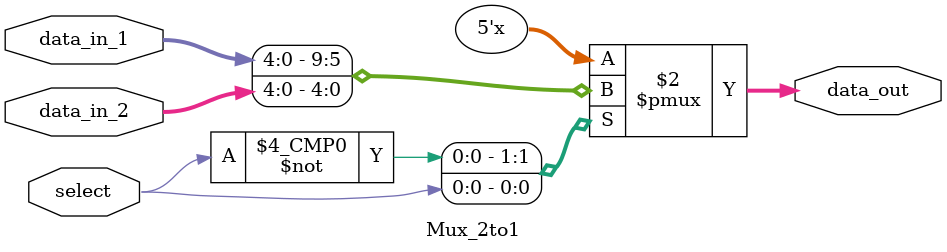
<source format=v>
module Incrementer
#(
    parameter LEN = 32
)
(
    input   [LEN - 1 : 0]   value,
    output  [LEN - 1 : 0]   result
);
    localparam COUNT = LEN / 4;
    `define SLICE  [(i * 4) + 3 : (i * 4)]

    wire [COUNT - 1 : 0] carry_chain;
    
    Incrementer_Unit IU_1 
    (
        .value(value[3 : 0]),
        .result(result[3 : 0]),
        .Cout(carry_chain[0])
    );

    wire [3 : 0] incrementer_unit_result [1 : COUNT];
    wire [COUNT - 1 : 1] incrementer_unit_carry_out;

    genvar i;
    generate
        for (i = 1; i < COUNT; i = i + 1)
        begin

            Incrementer_Unit IU
            (
                .value(value`SLICE),
                .result(incrementer_unit_result[i]),
                .Cout(incrementer_unit_carry_out[i])
            );

            Mux_2to1 MUX
            (
                .data_in_1({1'b0, value`SLICE}),
                .data_in_2({incrementer_unit_carry_out[i], incrementer_unit_result[i]}),
                .select(carry_chain[i - 1]),
                .data_out({carry_chain[i], result`SLICE})
            );
        end
        if (COUNT * 4 < LEN)
            assign result[LEN - 1 : (COUNT * 4)] = value[LEN - 1 : (COUNT * 4)] + carry_chain[COUNT - 1]; 
    endgenerate
endmodule

module Incrementer_Unit 
(
    input  [3 : 0] value,
    output [4 : 1] result,
    output Cout
);

    assign result[1] = ~value[0];
    assign result[2] = value[1] ^ value[0];
    wire   C1   = value[1] & value[0];
    wire   C2   = value[2] & value[3];
    wire   Cout   = C1 & C2;
    wire   C3   = C1 & value[2];
    assign result[3] = value[2] ^ C1;
    assign result[4] = value[3] ^ C3;
endmodule

module Mux_2to1
#(
    parameter LEN = 5
) 
(
    input [LEN - 1 : 0] data_in_1,        
    input [LEN - 1 : 0] data_in_2,        
    input select,                   

    output reg [LEN - 1: 0] data_out            
);

    always @(*) 
    begin
        case (select)
            1'b0: begin data_out = data_in_1; end
            1'b1: begin data_out = data_in_2; end
            default: begin data_out = {LEN{1'bz}}; end
        endcase
    end
endmodule
</source>
